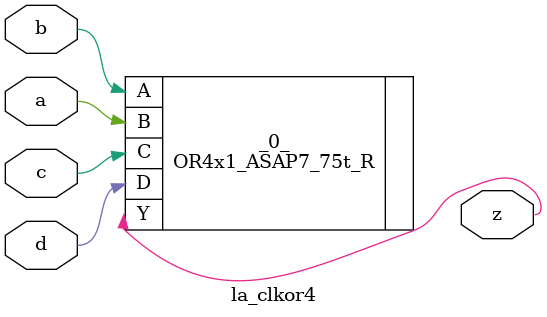
<source format=v>

/* Generated by Yosys 0.44 (git sha1 80ba43d26, g++ 11.4.0-1ubuntu1~22.04 -fPIC -O3) */

(* top =  1  *)
(* src = "inputs/la_clkor4.v:10.1-22.10" *)
module la_clkor4 (
    a,
    b,
    c,
    d,
    z
);
  (* src = "inputs/la_clkor4.v:13.12-13.13" *)
  input a;
  wire a;
  (* src = "inputs/la_clkor4.v:14.12-14.13" *)
  input b;
  wire b;
  (* src = "inputs/la_clkor4.v:15.12-15.13" *)
  input c;
  wire c;
  (* src = "inputs/la_clkor4.v:16.12-16.13" *)
  input d;
  wire d;
  (* src = "inputs/la_clkor4.v:17.12-17.13" *)
  output z;
  wire z;
  OR4x1_ASAP7_75t_R _0_ (
      .A(b),
      .B(a),
      .C(c),
      .D(d),
      .Y(z)
  );
endmodule

</source>
